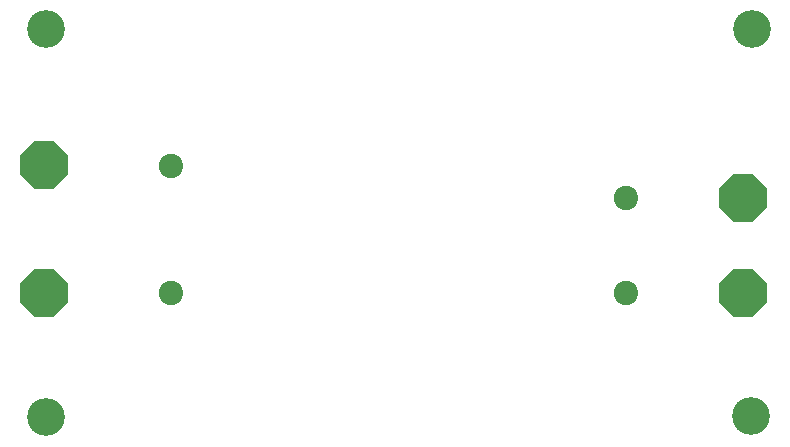
<source format=gbr>
G04 EAGLE Gerber RS-274X export*
G75*
%MOMM*%
%FSLAX34Y34*%
%LPD*%
%INSoldermask Bottom*%
%IPPOS*%
%AMOC8*
5,1,8,0,0,1.08239X$1,22.5*%
G01*
%ADD10C,3.203200*%
%ADD11P,4.343848X8X22.500000*%
%ADD12C,2.063200*%


D10*
X641350Y44450D03*
X642620Y372110D03*
X44450Y43180D03*
X44450Y372110D03*
D11*
X43180Y148590D03*
X43180Y256540D03*
X635000Y228600D03*
X635000Y148590D03*
D12*
X150400Y148800D03*
X150400Y256300D03*
X535400Y148800D03*
X535400Y228800D03*
M02*

</source>
